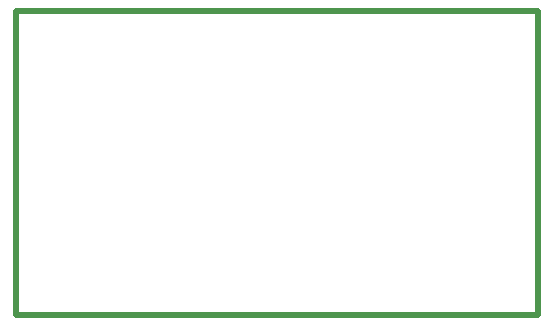
<source format=gbr>
G04 ( created by brdgerber.py ( brdgerber.py v0.1 2014-03-12 ) ) date 2020-09-09 16:52:58 EDT*
G04 Gerber Fmt 3.4, Leading zero omitted, Abs format*
%MOIN*%
%FSLAX34Y34*%
G01*
G70*
G90*
G04 APERTURE LIST*
%ADD14C,0.0600*%
%ADD11C,0.0000*%
%ADD10C,0.0760*%
%ADD13C,0.0050*%
%ADD12C,0.0060*%
%ADD16C,0.0100*%
%ADD15C,0.0200*%
G04 APERTURE END LIST*
G54D14*
D15*
G01X-05400Y07000D02*
G01X12000Y07000D01*
D15*
G01X12000Y07000D02*
G01X12000Y-03150D01*
D15*
G01X12000Y-03150D02*
G01X-05400Y-03150D01*
D15*
G01X-05400Y-03150D02*
G01X-05400Y07000D01*
M02*

</source>
